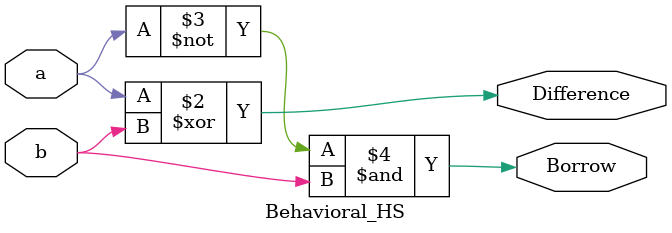
<source format=v>
module Behavioral_HS(a, b, Difference, Borrow);
    input a, b;
    output reg Difference, Borrow;

    always @(*) begin
        Difference = a ^ b;
        Borrow = ~a & b;
    end
endmodule

</source>
